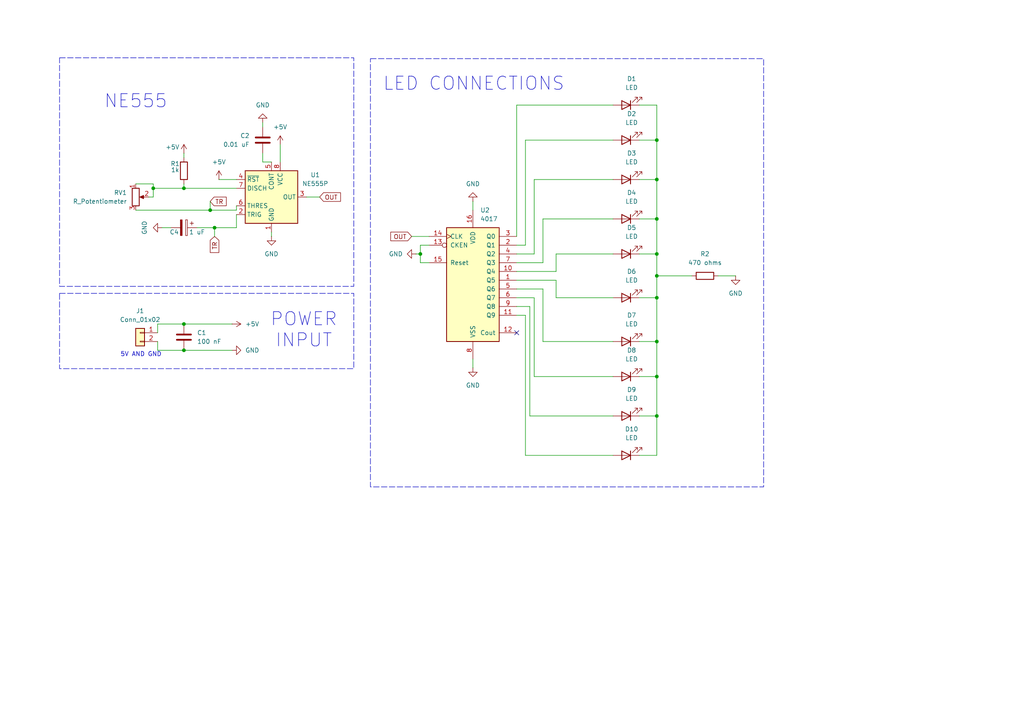
<source format=kicad_sch>
(kicad_sch (version 20250114) (generator "eeschema") (generator_version "9.0")
  (paper "A4")
  (lib_symbols
    (symbol "4xxx:4017" (pin_names (offset 1.016))
      (property "Reference" "U" (at -7.62 16.51 0))
      (property "Value" "4017" (at -7.62 -19.05 0))
      (symbol "4017_1_0"
        (pin input clock (at -12.7 12.7 0) (length 5.08) (name "CLK") (number "14"))
        (pin input inverted (at -12.7 10.16 0) (length 5.08) (name "CKEN") (number "13"))
        (pin input line (at -12.7 5.08 0) (length 5.08) (name "Reset") (number "15"))
        (pin power_in line (at 0 20.32 270) (length 5.08) (name "VDD") (number "16"))
        (pin power_in line (at 0 -22.86 90) (length 5.08) (name "VSS") (number "8"))
        (pin output line (at 12.7 12.7 180) (length 5.08) (name "Q0") (number "3"))
        (pin output line (at 12.7 10.16 180) (length 5.08) (name "Q1") (number "2"))
        (pin output line (at 12.7 7.62 180) (length 5.08) (name "Q2") (number "4"))
        (pin output line (at 12.7 5.08 180) (length 5.08) (name "Q3") (number "7"))
        (pin output line (at 12.7 2.54 180) (length 5.08) (name "Q4") (number "10"))
        (pin output line (at 12.7 0 180) (length 5.08) (name "Q5") (number "1"))
        (pin output line (at 12.7 -2.54 180) (length 5.08) (name "Q6") (number "5"))
        (pin output line (at 12.7 -5.08 180) (length 5.08) (name "Q7") (number "6"))
        (pin output line (at 12.7 -7.62 180) (length 5.08) (name "Q8") (number "9"))
        (pin output line (at 12.7 -10.16 180) (length 5.08) (name "Q9") (number "11"))
        (pin output line (at 12.7 -15.24 180) (length 5.08) (name "Cout") (number "12"))
      )
      (symbol "4017_1_1"
        (rectangle (start -7.62 15.24) (end 7.62 -17.78) (stroke (width 0.254)) (fill (type background)))
      )
    )
    (symbol "Connector_Generic:Conn_01x02" (pin_names (offset 1.016) (hide yes))
      (property "Reference" "J" (at 0 2.54 0))
      (property "Value" "Conn_01x02" (at 0 -5.08 0))
      (symbol "Conn_01x02_1_1"
        (rectangle (start -1.27 1.27) (end 1.27 -3.81) (stroke (width 0.254)) (fill (type background)))
        (rectangle (start -1.27 0.127) (end 0 -0.127) (stroke (width 0.1524)))
        (rectangle (start -1.27 -2.413) (end 0 -2.667) (stroke (width 0.1524)))
        (pin passive line (at -5.08 0 0) (length 3.81) (name "Pin_1") (number "1"))
        (pin passive line (at -5.08 -2.54 0) (length 3.81) (name "Pin_2") (number "2"))
      )
    )
    (symbol "Device:C" (pin_numbers (hide yes)) (pin_names (offset 0.254))
      (property "Reference" "C" (at 0.635 2.54 0))
      (property "Value" "C" (at 0.635 -2.54 0))
      (symbol "C_0_1"
        (polyline (pts (xy -2.032 0.762) (xy 2.032 0.762)) (stroke (width 0.508)))
        (polyline (pts (xy -2.032 -0.762) (xy 2.032 -0.762)) (stroke (width 0.508)))
      )
      (symbol "C_1_1"
        (pin passive line (at 0 3.81 270) (length 2.794) (name "~") (number "1"))
        (pin passive line (at 0 -3.81 90) (length 2.794) (name "~") (number "2"))
      )
    )
    (symbol "Device:C_Polarized" (pin_numbers (hide yes)) (pin_names (offset 0.254))
      (property "Reference" "C" (at 0.635 2.54 0))
      (property "Value" "C_Polarized" (at 0.635 -2.54 0))
      (symbol "C_Polarized_0_1"
        (rectangle (start -2.286 0.508) (end 2.286 1.016))
        (polyline (pts (xy -1.778 2.286) (xy -0.762 2.286)))
        (polyline (pts (xy -1.27 2.794) (xy -1.27 1.778)))
        (rectangle (start 2.286 -0.508) (end -2.286 -1.016) (fill (type outline)))
      )
      (symbol "C_Polarized_1_1"
        (pin passive line (at 0 3.81 270) (length 2.794) (name "~") (number "1"))
        (pin passive line (at 0 -3.81 90) (length 2.794) (name "~") (number "2"))
      )
    )
    (symbol "Device:LED" (pin_numbers (hide yes)) (pin_names (offset 1.016) (hide yes))
      (property "Reference" "D" (at 0 2.54 0))
      (property "Value" "LED" (at 0 -2.54 0))
      (symbol "LED_0_1"
        (polyline (pts (xy -3.048 -0.762) (xy -4.572 -2.286) (xy -3.81 -2.286) (xy -4.572 -2.286) (xy -4.572 -1.524)))
        (polyline (pts (xy -1.778 -0.762) (xy -3.302 -2.286) (xy -2.54 -2.286) (xy -3.302 -2.286) (xy -3.302 -1.524)))
        (polyline (pts (xy -1.27 0) (xy 1.27 0)))
        (polyline (pts (xy -1.27 -1.27) (xy -1.27 1.27)) (stroke (width 0.254)))
        (polyline (pts (xy 1.27 -1.27) (xy 1.27 1.27) (xy -1.27 0) (xy 1.27 -1.27)) (stroke (width 0.254)))
      )
      (symbol "LED_1_1"
        (pin passive line (at -3.81 0 0) (length 2.54) (name "K") (number "1"))
        (pin passive line (at 3.81 0 180) (length 2.54) (name "A") (number "2"))
      )
    )
    (symbol "Device:R" (pin_numbers (hide yes)) (pin_names (offset 0))
      (property "Reference" "R" (at 2.032 0 90))
      (property "Value" "R" (at 0 0 90))
      (symbol "R_0_1"
        (rectangle (start -1.016 -2.54) (end 1.016 2.54) (stroke (width 0.254)))
      )
      (symbol "R_1_1"
        (pin passive line (at 0 3.81 270) (length 1.27) (name "~") (number "1"))
        (pin passive line (at 0 -3.81 90) (length 1.27) (name "~") (number "2"))
      )
    )
    (symbol "Device:R_Potentiometer" (pin_names (offset 1.016) (hide yes))
      (property "Reference" "RV" (at -4.445 0 90))
      (property "Value" "R_Potentiometer" (at -2.54 0 90))
      (symbol "R_Potentiometer_0_1"
        (rectangle (start 1.016 2.54) (end -1.016 -2.54) (stroke (width 0.254)))
        (polyline (pts (xy 1.143 0) (xy 2.286 0.508) (xy 2.286 -0.508) (xy 1.143 0)) (fill (type outline)))
        (polyline (pts (xy 2.54 0) (xy 1.524 0)))
      )
      (symbol "R_Potentiometer_1_1"
        (pin passive line (at 0 3.81 270) (length 1.27) (name "1") (number "1"))
        (pin passive line (at 0 -3.81 90) (length 1.27) (name "3") (number "3"))
        (pin passive line (at 3.81 0 180) (length 1.27) (name "2") (number "2"))
      )
    )
    (symbol "Timer:NE555P"
      (property "Reference" "U" (at -10.16 8.89 0))
      (property "Value" "NE555P" (at 2.54 8.89 0))
      (symbol "NE555P_0_0"
        (pin power_in line (at 0 -10.16 90) (length 2.54) (name "GND") (number "1"))
        (pin power_in line (at 2.54 10.16 270) (length 2.54) (name "VCC") (number "8"))
      )
      (symbol "NE555P_0_1"
        (rectangle (start -7.62 7.62) (end 7.62 -7.62) (stroke (width 0.254)) (fill (type background)))
      )
      (symbol "NE555P_1_1"
        (pin input line (at -10.16 5.08 0) (length 2.54) (name "~{RST}") (number "4"))
        (pin input line (at -10.16 2.54 0) (length 2.54) (name "DISCH") (number "7"))
        (pin input line (at -10.16 -2.54 0) (length 2.54) (name "THRES") (number "6"))
        (pin input line (at -10.16 -5.08 0) (length 2.54) (name "TRIG") (number "2"))
        (pin open_collector line (at 0 10.16 270) (length 2.54) (name "CONT") (number "5"))
        (pin output line (at 10.16 0 180) (length 2.54) (name "OUT") (number "3"))
      )
    )
    (symbol "power:+5V" (power) (pin_numbers (hide yes)) (pin_names (offset 0) (hide yes))
      (property "Value" "+5V" (at 0 3.556 0))
      (symbol "+5V_0_1"
        (polyline (pts (xy -0.762 1.27) (xy 0 2.54)))
        (polyline (pts (xy 0 2.54) (xy 0.762 1.27)))
        (polyline (pts (xy 0 0) (xy 0 2.54)))
      )
      (symbol "+5V_1_1"
        (pin power_in line (at 0 0 90) (length 0) (name "~") (number "1"))
      )
    )
    (symbol "power:GND" (power) (pin_numbers (hide yes)) (pin_names (offset 0) (hide yes))
      (property "Value" "GND" (at 0 -3.81 0))
      (symbol "GND_0_1"
        (polyline (pts (xy 0 0) (xy 0 -1.27) (xy 1.27 -1.27) (xy 0 -2.54) (xy -1.27 -1.27) (xy 0 -1.27)))
      )
      (symbol "GND_1_1"
        (pin power_in line (at 0 0 270) (length 0) (name "~") (number "1"))
      )
    )
  )
  (rectangle (start 17.272 85.09) (end 102.616 106.934) (stroke (width 0) (type dash)))
  (rectangle (start 107.442 17.018) (end 221.488 141.224) (stroke (width 0) (type dash)))
  (rectangle (start 17.272 16.764) (end 102.616 83.058) (stroke (width 0) (type dash)))
  (text "NE555" (at 39.37 29.464 0) (effects (font (size 3.81 3.81))))
  (text "LED CONNECTIONS" (at 137.414 24.384 0) (effects (font (size 3.81 3.81))))
  (text "5V AND GND" (at 40.894 102.87 0) (effects (font (size 1.27 1.27))))
  (text "POWER\nINPUT" (at 88.138 95.758 0) (effects (font (size 3.81 3.81))))
  (junction (at 60.96 60.96))
  (junction (at 190.5 40.64))
  (junction (at 62.23 66.04))
  (junction (at 190.5 73.66))
  (junction (at 53.34 54.61))
  (junction (at 190.5 109.22))
  (junction (at 190.5 120.65))
  (junction (at 190.5 52.07))
  (junction (at 190.5 86.36))
  (junction (at 53.34 93.98))
  (junction (at 121.92 73.66))
  (junction (at 53.34 101.6))
  (junction (at 190.5 80.01))
  (junction (at 190.5 99.06))
  (junction (at 190.5 63.5))
  (junction (at 44.45 54.61))
  (no_connect (at 149.86 96.52))
  (wire (pts (xy 149.86 83.82) (xy 157.48 83.82)))
  (wire (pts (xy 44.45 54.61) (xy 53.34 54.61)))
  (wire (pts (xy 149.86 71.12) (xy 152.4 71.12)))
  (wire (pts (xy 152.4 132.08) (xy 177.8 132.08)))
  (wire (pts (xy 149.86 73.66) (xy 154.94 73.66)))
  (wire (pts (xy 153.67 88.9) (xy 153.67 120.65)))
  (wire (pts (xy 76.2 44.45) (xy 76.2 46.99)))
  (wire (pts (xy 53.34 93.98) (xy 45.72 93.98)))
  (wire (pts (xy 190.5 99.06) (xy 190.5 86.36)))
  (wire (pts (xy 119.38 68.58) (xy 124.46 68.58)))
  (wire (pts (xy 190.5 86.36) (xy 190.5 80.01)))
  (wire (pts (xy 185.42 86.36) (xy 190.5 86.36)))
  (wire (pts (xy 45.72 101.6) (xy 53.34 101.6)))
  (wire (pts (xy 149.86 91.44) (xy 152.4 91.44)))
  (wire (pts (xy 190.5 40.64) (xy 190.5 30.48)))
  (wire (pts (xy 45.72 99.06) (xy 45.72 101.6)))
  (wire (pts (xy 121.92 71.12) (xy 124.46 71.12)))
  (wire (pts (xy 149.86 30.48) (xy 177.8 30.48)))
  (wire (pts (xy 185.42 73.66) (xy 190.5 73.66)))
  (wire (pts (xy 157.48 99.06) (xy 177.8 99.06)))
  (wire (pts (xy 185.42 132.08) (xy 190.5 132.08)))
  (wire (pts (xy 120.65 73.66) (xy 121.92 73.66)))
  (wire (pts (xy 154.94 73.66) (xy 154.94 52.07)))
  (wire (pts (xy 185.42 120.65) (xy 190.5 120.65)))
  (wire (pts (xy 53.34 53.34) (xy 53.34 54.61)))
  (wire (pts (xy 152.4 71.12) (xy 152.4 40.64)))
  (wire (pts (xy 67.31 93.98) (xy 53.34 93.98)))
  (wire (pts (xy 78.74 67.31) (xy 78.74 68.58)))
  (wire (pts (xy 62.23 66.04) (xy 62.23 68.58)))
  (wire (pts (xy 154.94 86.36) (xy 154.94 109.22)))
  (wire (pts (xy 190.5 120.65) (xy 190.5 109.22)))
  (wire (pts (xy 44.45 54.61) (xy 44.45 57.15)))
  (wire (pts (xy 152.4 91.44) (xy 152.4 132.08)))
  (wire (pts (xy 149.86 86.36) (xy 154.94 86.36)))
  (wire (pts (xy 185.42 52.07) (xy 190.5 52.07)))
  (wire (pts (xy 157.48 63.5) (xy 157.48 76.2)))
  (wire (pts (xy 88.9 57.15) (xy 92.71 57.15)))
  (wire (pts (xy 39.37 60.96) (xy 60.96 60.96)))
  (wire (pts (xy 152.4 40.64) (xy 177.8 40.64)))
  (wire (pts (xy 63.5 52.07) (xy 68.58 52.07)))
  (wire (pts (xy 76.2 46.99) (xy 78.74 46.99)))
  (wire (pts (xy 161.29 81.28) (xy 161.29 86.36)))
  (wire (pts (xy 137.16 58.42) (xy 137.16 60.96)))
  (wire (pts (xy 157.48 83.82) (xy 157.48 99.06)))
  (wire (pts (xy 68.58 66.04) (xy 68.58 62.23)))
  (wire (pts (xy 44.45 53.34) (xy 44.45 54.61)))
  (wire (pts (xy 67.31 101.6) (xy 53.34 101.6)))
  (wire (pts (xy 185.42 99.06) (xy 190.5 99.06)))
  (wire (pts (xy 121.92 73.66) (xy 121.92 76.2)))
  (wire (pts (xy 190.5 30.48) (xy 185.42 30.48)))
  (wire (pts (xy 149.86 68.58) (xy 149.86 30.48)))
  (wire (pts (xy 185.42 63.5) (xy 190.5 63.5)))
  (wire (pts (xy 149.86 81.28) (xy 161.29 81.28)))
  (wire (pts (xy 45.72 93.98) (xy 45.72 96.52)))
  (wire (pts (xy 149.86 88.9) (xy 153.67 88.9)))
  (wire (pts (xy 161.29 78.74) (xy 161.29 73.66)))
  (wire (pts (xy 121.92 71.12) (xy 121.92 73.66)))
  (wire (pts (xy 53.34 54.61) (xy 68.58 54.61)))
  (wire (pts (xy 49.53 66.04) (xy 46.99 66.04)))
  (wire (pts (xy 44.45 57.15) (xy 43.18 57.15)))
  (wire (pts (xy 154.94 52.07) (xy 177.8 52.07)))
  (wire (pts (xy 137.16 104.14) (xy 137.16 106.68)))
  (wire (pts (xy 190.5 73.66) (xy 190.5 63.5)))
  (wire (pts (xy 190.5 132.08) (xy 190.5 120.65)))
  (wire (pts (xy 157.48 76.2) (xy 149.86 76.2)))
  (wire (pts (xy 190.5 109.22) (xy 190.5 99.06)))
  (wire (pts (xy 149.86 78.74) (xy 161.29 78.74)))
  (wire (pts (xy 121.92 76.2) (xy 124.46 76.2)))
  (wire (pts (xy 76.2 35.56) (xy 76.2 36.83)))
  (wire (pts (xy 185.42 109.22) (xy 190.5 109.22)))
  (wire (pts (xy 190.5 63.5) (xy 190.5 52.07)))
  (wire (pts (xy 60.96 58.42) (xy 60.96 60.96)))
  (wire (pts (xy 177.8 63.5) (xy 157.48 63.5)))
  (wire (pts (xy 62.23 66.04) (xy 68.58 66.04)))
  (wire (pts (xy 60.96 60.96) (xy 68.58 60.96)))
  (wire (pts (xy 190.5 80.01) (xy 200.66 80.01)))
  (wire (pts (xy 190.5 52.07) (xy 190.5 40.64)))
  (wire (pts (xy 81.28 41.91) (xy 81.28 46.99)))
  (wire (pts (xy 161.29 86.36) (xy 177.8 86.36)))
  (wire (pts (xy 208.28 80.01) (xy 213.36 80.01)))
  (wire (pts (xy 153.67 120.65) (xy 177.8 120.65)))
  (wire (pts (xy 57.15 66.04) (xy 62.23 66.04)))
  (wire (pts (xy 190.5 80.01) (xy 190.5 73.66)))
  (wire (pts (xy 154.94 109.22) (xy 177.8 109.22)))
  (wire (pts (xy 53.34 44.45) (xy 53.34 45.72)))
  (wire (pts (xy 161.29 73.66) (xy 177.8 73.66)))
  (wire (pts (xy 39.37 53.34) (xy 44.45 53.34)))
  (wire (pts (xy 68.58 60.96) (xy 68.58 59.69)))
  (wire (pts (xy 185.42 40.64) (xy 190.5 40.64)))
  (global_label "TR" (shape input) (at 60.96 58.42 0) (property "Intersheetrefs" "${INTERSHEET_REFS}" (effects (hide yes))))
  (global_label "TR" (shape input) (at 62.23 68.58 270) (property "Intersheetrefs" "${INTERSHEET_REFS}" (effects (hide yes))))
  (global_label "OUT" (shape input) (at 119.38 68.58 180) (property "Intersheetrefs" "${INTERSHEET_REFS}" (effects (hide yes))))
  (global_label "OUT" (shape input) (at 92.71 57.15 0) (property "Intersheetrefs" "${INTERSHEET_REFS}" (effects (hide yes))))
  (symbol (lib_id "power:+5V") (at 53.34 44.45 0) (mirror y) (unit 1)
    (property "Reference" "#PWR07" (effects (hide yes)))
    (property "Value" "+5V" (at 52.07 42.672 0) (effects (justify left)))
    (property "Description" "Power symbol creates a global label with name \"+5V\"" (effects (hide yes)))
  )
  (symbol (lib_id "4xxx:4017") (at 137.16 81.28 0) (unit 1)
    (property "Reference" "U2" (at 139.3033 60.96 0) (effects (justify left)))
    (property "Value" "4017" (at 139.3033 63.5 0) (effects (justify left)))
    (property "Footprint" "footprints:N16" (effects (hide yes)))
    (property "Datasheet" "http://www.intersil.com/content/dam/Intersil/documents/cd40/cd4017bms-22bms.pdf" (effects (hide yes)))
    (property "Description" "Johnson Counter ( 10 outputs )" (effects (hide yes)))
  )
  (symbol (lib_id "Device:R_Potentiometer") (at 39.37 57.15 0) (unit 1)
    (property "Reference" "RV1" (at 36.83 55.8799 0) (effects (justify right)))
    (property "Value" "R_Potentiometer" (at 36.83 58.4199 0) (effects (justify right)))
    (property "Footprint" "Potentiometer_THT:Potentiometer_Vishay_T93YA_Vertical" (effects (hide yes)))
    (property "Description" "Potentiometer" (effects (hide yes)))
  )
  (symbol (lib_id "Device:LED") (at 181.61 73.66 180) (unit 1)
    (property "Reference" "D5" (at 183.1975 66.04 0))
    (property "Value" "LED" (at 183.1975 68.58 0))
    (property "Footprint" "LED_THT:LED_D3.0mm" (effects (hide yes)))
    (property "Description" "Light emitting diode" (effects (hide yes)))
    (property "Sim.Pins" "1=K 2=A" (effects (hide yes)))
  )
  (symbol (lib_id "power:GND") (at 120.65 73.66 270) (unit 1)
    (property "Reference" "#PWR06" (effects (hide yes)))
    (property "Value" "GND" (at 116.84 73.6599 90) (effects (justify right)))
    (property "Description" "Power symbol creates a global label with name \"GND\" , ground" (effects (hide yes)))
  )
  (symbol (lib_id "power:+5V") (at 67.31 93.98 270) (unit 1)
    (property "Reference" "#PWR012" (effects (hide yes)))
    (property "Value" "+5V" (at 71.12 93.9799 90) (effects (justify left)))
    (property "Description" "Power symbol creates a global label with name \"+5V\"" (effects (hide yes)))
  )
  (symbol (lib_id "power:GND") (at 78.74 68.58 0) (unit 1)
    (property "Reference" "#PWR01" (effects (hide yes)))
    (property "Value" "GND" (at 78.74 73.66 0))
    (property "Description" "Power symbol creates a global label with name \"GND\" , ground" (effects (hide yes)))
  )
  (symbol (lib_id "Device:C") (at 53.34 97.79 0) (unit 1)
    (property "Reference" "C1" (at 57.15 96.5199 0) (effects (justify left)))
    (property "Value" "100 nF" (at 57.15 99.0599 0) (effects (justify left)))
    (property "Footprint" "Capacitor_THT:C_Disc_D7.5mm_W2.5mm_P5.00mm" (effects (hide yes)))
    (property "Description" "Unpolarized capacitor" (effects (hide yes)))
  )
  (symbol (lib_id "Device:LED") (at 181.61 52.07 180) (unit 1)
    (property "Reference" "D3" (at 183.1975 44.45 0))
    (property "Value" "LED" (at 183.1975 46.99 0))
    (property "Footprint" "LED_THT:LED_D3.0mm" (effects (hide yes)))
    (property "Description" "Light emitting diode" (effects (hide yes)))
    (property "Sim.Pins" "1=K 2=A" (effects (hide yes)))
  )
  (symbol (lib_id "Device:LED") (at 181.61 30.48 180) (unit 1)
    (property "Reference" "D1" (at 183.1975 22.86 0))
    (property "Value" "LED" (at 183.1975 25.4 0))
    (property "Footprint" "LED_THT:LED_D3.0mm" (effects (hide yes)))
    (property "Description" "Light emitting diode" (effects (hide yes)))
    (property "Sim.Pins" "1=K 2=A" (effects (hide yes)))
  )
  (symbol (lib_id "Device:LED") (at 181.61 132.08 180) (unit 1)
    (property "Reference" "D10" (at 183.1975 124.46 0))
    (property "Value" "LED" (at 183.1975 127 0))
    (property "Footprint" "LED_THT:LED_D3.0mm" (effects (hide yes)))
    (property "Description" "Light emitting diode" (effects (hide yes)))
    (property "Sim.Pins" "1=K 2=A" (effects (hide yes)))
  )
  (symbol (lib_id "Device:LED") (at 181.61 120.65 180) (unit 1)
    (property "Reference" "D9" (at 183.1975 113.03 0))
    (property "Value" "LED" (at 183.1975 115.57 0))
    (property "Footprint" "LED_THT:LED_D3.0mm" (effects (hide yes)))
    (property "Description" "Light emitting diode" (effects (hide yes)))
    (property "Sim.Pins" "1=K 2=A" (effects (hide yes)))
  )
  (symbol (lib_id "power:GND") (at 137.16 58.42 180) (unit 1)
    (property "Reference" "#PWR04" (effects (hide yes)))
    (property "Value" "GND" (at 137.16 53.34 0))
    (property "Description" "Power symbol creates a global label with name \"GND\" , ground" (effects (hide yes)))
  )
  (symbol (lib_id "power:GND") (at 67.31 101.6 90) (unit 1)
    (property "Reference" "#PWR011" (effects (hide yes)))
    (property "Value" "GND" (at 71.12 101.5999 90) (effects (justify right)))
    (property "Description" "Power symbol creates a global label with name \"GND\" , ground" (effects (hide yes)))
  )
  (symbol (lib_id "power:+5V") (at 63.5 52.07 0) (unit 1)
    (property "Reference" "#PWR010" (effects (hide yes)))
    (property "Value" "+5V" (at 63.5 46.99 0))
    (property "Description" "Power symbol creates a global label with name \"+5V\"" (effects (hide yes)))
  )
  (symbol (lib_id "Device:LED") (at 181.61 99.06 180) (unit 1)
    (property "Reference" "D7" (at 183.1975 91.44 0))
    (property "Value" "LED" (at 183.1975 93.98 0))
    (property "Footprint" "LED_THT:LED_D3.0mm" (effects (hide yes)))
    (property "Description" "Light emitting diode" (effects (hide yes)))
    (property "Sim.Pins" "1=K 2=A" (effects (hide yes)))
  )
  (symbol (lib_id "Device:LED") (at 181.61 63.5 180) (unit 1)
    (property "Reference" "D4" (at 183.1975 55.88 0))
    (property "Value" "LED" (at 183.1975 58.42 0))
    (property "Footprint" "LED_THT:LED_D3.0mm" (effects (hide yes)))
    (property "Description" "Light emitting diode" (effects (hide yes)))
    (property "Sim.Pins" "1=K 2=A" (effects (hide yes)))
  )
  (symbol (lib_id "Device:LED") (at 181.61 86.36 180) (unit 1)
    (property "Reference" "D6" (at 183.1975 78.74 0))
    (property "Value" "LED" (at 183.1975 81.28 0))
    (property "Footprint" "LED_THT:LED_D3.0mm" (effects (hide yes)))
    (property "Description" "Light emitting diode" (effects (hide yes)))
    (property "Sim.Pins" "1=K 2=A" (effects (hide yes)))
  )
  (symbol (lib_id "Device:LED") (at 181.61 109.22 180) (unit 1)
    (property "Reference" "D8" (at 183.1975 101.6 0))
    (property "Value" "LED" (at 183.1975 104.14 0))
    (property "Footprint" "LED_THT:LED_D3.0mm" (effects (hide yes)))
    (property "Description" "Light emitting diode" (effects (hide yes)))
    (property "Sim.Pins" "1=K 2=A" (effects (hide yes)))
  )
  (symbol (lib_id "Device:R") (at 53.34 49.53 0) (mirror x) (unit 1)
    (property "Reference" "R1" (at 50.8 47.498 0))
    (property "Value" "1k" (at 50.8 49.276 0))
    (property "Footprint" "Resistor_THT:R_Axial_DIN0207_L6.3mm_D2.5mm_P7.62mm_Horizontal" (effects (hide yes)))
    (property "Description" "Resistor" (effects (hide yes)))
  )
  (symbol (lib_id "power:GND") (at 46.99 66.04 270) (unit 1)
    (property "Reference" "#PWR08" (effects (hide yes)))
    (property "Value" "GND" (at 41.91 66.04 0))
    (property "Description" "Power symbol creates a global label with name \"GND\" , ground" (effects (hide yes)))
  )
  (symbol (lib_id "Device:LED") (at 181.61 40.64 180) (unit 1)
    (property "Reference" "D2" (at 183.1975 33.02 0))
    (property "Value" "LED" (at 183.1975 35.56 0))
    (property "Footprint" "LED_THT:LED_D3.0mm" (effects (hide yes)))
    (property "Description" "Light emitting diode" (effects (hide yes)))
    (property "Sim.Pins" "1=K 2=A" (effects (hide yes)))
  )
  (symbol (lib_id "Timer:NE555P") (at 78.74 57.15 0) (unit 1)
    (property "Reference" "U1" (at 91.44 50.7298 0))
    (property "Value" "NE555P" (at 91.44 53.2698 0))
    (property "Footprint" "Package_DIP:DIP-8_W7.62mm" (effects (hide yes)))
    (property "Datasheet" "http://www.ti.com/lit/ds/symlink/ne555.pdf" (effects (hide yes)))
    (property "Description" "Precision Timers, 555 compatible, PDIP-8" (effects (hide yes)))
  )
  (symbol (lib_id "Connector_Generic:Conn_01x02") (at 40.64 96.52 0) (mirror y) (unit 1)
    (property "Reference" "J1" (at 40.64 90.17 0))
    (property "Value" "Conn_01x02" (at 40.64 92.71 0))
    (property "Footprint" "Connector_PinHeader_2.54mm:PinHeader_1x02_P2.54mm_Vertical" (effects (hide yes)))
    (property "Description" "Generic connector, single row, 01x02, script generated (kicad-library-utils/schlib/autogen/connector/)" (effects (hide yes)))
  )
  (symbol (lib_id "power:GND") (at 137.16 106.68 0) (unit 1)
    (property "Reference" "#PWR05" (effects (hide yes)))
    (property "Value" "GND" (at 137.16 111.76 0))
    (property "Description" "Power symbol creates a global label with name \"GND\" , ground" (effects (hide yes)))
  )
  (symbol (lib_id "Device:C") (at 76.2 40.64 0) (mirror y) (unit 1)
    (property "Reference" "C2" (at 72.39 39.3699 0) (effects (justify left)))
    (property "Value" "0.01 uF" (at 72.39 41.9099 0) (effects (justify left)))
    (property "Footprint" "Capacitor_THT:C_Disc_D7.5mm_W2.5mm_P5.00mm" (effects (hide yes)))
    (property "Description" "Unpolarized capacitor" (effects (hide yes)))
  )
  (symbol (lib_id "Device:R") (at 204.47 80.01 90) (unit 1)
    (property "Reference" "R2" (at 204.47 73.66 90))
    (property "Value" "470 ohms" (at 204.47 76.2 90))
    (property "Footprint" "Resistor_THT:R_Axial_DIN0207_L6.3mm_D2.5mm_P7.62mm_Horizontal" (effects (hide yes)))
    (property "Description" "Resistor" (effects (hide yes)))
  )
  (symbol (lib_id "power:+5V") (at 81.28 41.91 0) (unit 1)
    (property "Reference" "#PWR02" (effects (hide yes)))
    (property "Value" "+5V" (at 81.28 36.83 0))
    (property "Description" "Power symbol creates a global label with name \"+5V\"" (effects (hide yes)))
  )
  (symbol (lib_id "power:GND") (at 213.36 80.01 0) (unit 1)
    (property "Reference" "#PWR09" (effects (hide yes)))
    (property "Value" "GND" (at 213.36 85.09 0))
    (property "Description" "Power symbol creates a global label with name \"GND\" , ground" (effects (hide yes)))
  )
  (symbol (lib_id "Device:C_Polarized") (at 53.34 66.04 270) (unit 1)
    (property "Reference" "C4" (at 50.546 67.31 90))
    (property "Value" "1 uF" (at 57.15 67.31 90))
    (property "Footprint" "Capacitor_THT:CP_Radial_D5.0mm_P2.00mm" (effects (hide yes)))
    (property "Description" "Polarized capacitor" (effects (hide yes)))
  )
  (symbol (lib_id "power:GND") (at 76.2 35.56 180) (unit 1)
    (property "Reference" "#PWR03" (effects (hide yes)))
    (property "Value" "GND" (at 76.2 30.48 0))
    (property "Description" "Power symbol creates a global label with name \"GND\" , ground" (effects (hide yes)))
  )
)
</source>
